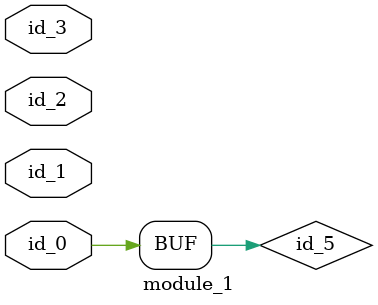
<source format=v>
module module_0 (
    id_1,
    id_2,
    id_3,
    id_4,
    id_5,
    id_6,
    id_7,
    id_8,
    id_9,
    id_10
);
  inout wire id_10;
  output wire id_9;
  output wire id_8;
  output wire id_7;
  output wire id_6;
  output wire id_5;
  input wire id_4;
  output wire id_3;
  inout wire id_2;
  inout wire id_1;
  wire id_11;
  assign module_1.id_5 = 0;
endmodule
module module_1 (
    input wire id_0,
    input tri  id_1,
    input tri  id_2,
    input wand id_3
);
  assign id_5 = id_0 == 1;
  module_0 modCall_1 (
      id_5,
      id_5,
      id_5,
      id_5,
      id_5,
      id_5,
      id_5,
      id_5,
      id_5,
      id_5
  );
endmodule

</source>
